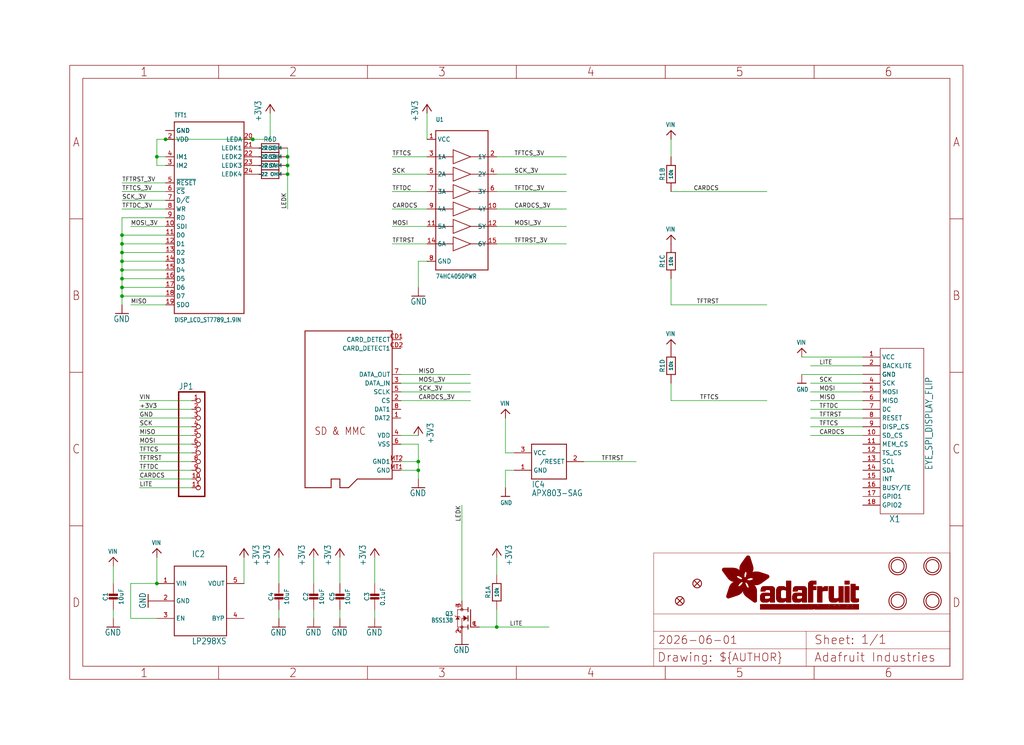
<source format=kicad_sch>
(kicad_sch (version 20230121) (generator eeschema)
  (paper "User" 298.45 217.322)
  (lib_symbols
    (symbol "working-eagle-import:+3V3" (power)
      (property "Value" "+3V3" (at -2.54 -5.08 90))
      (symbol "+3V3_1_0"
        (pin power_in line (at 0 -2.54 90) (length 2.54) (name "+3V3") (number "1"))
      )
    )
    (symbol "working-eagle-import:74HC4050DTSSOP"
      (property "Reference" "U" (at -7.62 22.86 0))
      (symbol "74HC4050DTSSOP_1_0"
        (pin bidirectional line (at -10.16 17.78 0) (length 2.54) (name "VCC") (number "1"))
        (pin bidirectional line (at 10.16 -2.54 180) (length 2.54) (name "4Y") (number "10"))
        (pin bidirectional line (at -10.16 -7.62 0) (length 2.54) (name "5A") (number "11"))
        (pin bidirectional line (at 10.16 -7.62 180) (length 2.54) (name "5Y") (number "12"))
        (pin bidirectional line (at -10.16 -12.7 0) (length 2.54) (name "6A") (number "14"))
        (pin bidirectional line (at 10.16 -12.7 180) (length 2.54) (name "6Y") (number "15"))
        (pin bidirectional line (at 10.16 12.7 180) (length 2.54) (name "1Y") (number "2"))
        (pin bidirectional line (at -10.16 12.7 0) (length 2.54) (name "1A") (number "3"))
        (pin bidirectional line (at 10.16 7.62 180) (length 2.54) (name "2Y") (number "4"))
        (pin bidirectional line (at -10.16 7.62 0) (length 2.54) (name "2A") (number "5"))
        (pin bidirectional line (at 10.16 2.54 180) (length 2.54) (name "3Y") (number "6"))
        (pin bidirectional line (at -10.16 2.54 0) (length 2.54) (name "3A") (number "7"))
        (pin bidirectional line (at -10.16 -17.78 0) (length 2.54) (name "GND") (number "8"))
        (pin bidirectional line (at -10.16 -2.54 0) (length 2.54) (name "4A") (number "9"))
      )
    )
    (symbol "working-eagle-import:AXP083-SAG"
      (property "Reference" "IC" (at -5.08 -7.62 0))
      (symbol "AXP083-SAG_1_0"
        (pin power_in line (at -10.16 -2.54 0) (length 5.08) (name "GND") (number "1"))
        (pin output line (at 10.16 0 180) (length 5.08) (name "/RESET") (number "2"))
        (pin power_in line (at -10.16 2.54 0) (length 5.08) (name "VCC") (number "3"))
      )
    )
    (symbol "working-eagle-import:CAP_CERAMIC0603_NO"
      (property "Reference" "C" (at -2.29 1.25 90))
      (symbol "CAP_CERAMIC0603_NO_1_0"
        (pin passive line (at 0 5.08 270) (length 2.54) (name "1") (number "1"))
        (pin passive line (at 0 -2.54 90) (length 2.54) (name "2") (number "2"))
      )
    )
    (symbol "working-eagle-import:CAP_CERAMIC0805-NOOUTLINE"
      (property "Reference" "C" (at -2.29 1.25 90))
      (symbol "CAP_CERAMIC0805-NOOUTLINE_1_0"
        (pin passive line (at 0 5.08 270) (length 2.54) (name "1") (number "1"))
        (pin passive line (at 0 -2.54 90) (length 2.54) (name "2") (number "2"))
      )
    )
    (symbol "working-eagle-import:DISP_LCD_ST7789_1.9IN"
      (property "Reference" "TFT" (at -7.62 31.75 0))
      (symbol "DISP_LCD_ST7789_1.9IN_1_0"
        (pin power_in line (at -10.16 27.94 0) (length 2.54) (name "GND") (number "1"))
        (pin input line (at -10.16 0 0) (length 2.54) (name "SDI") (number "10"))
        (pin bidirectional line (at -10.16 -2.54 0) (length 2.54) (name "D0") (number "11"))
        (pin bidirectional line (at -10.16 -5.08 0) (length 2.54) (name "D1") (number "12"))
        (pin bidirectional line (at -10.16 -7.62 0) (length 2.54) (name "D2") (number "13"))
        (pin bidirectional line (at -10.16 -10.16 0) (length 2.54) (name "D3") (number "14"))
        (pin bidirectional line (at -10.16 -12.7 0) (length 2.54) (name "D4") (number "15"))
        (pin bidirectional line (at -10.16 -15.24 0) (length 2.54) (name "D5") (number "16"))
        (pin bidirectional line (at -10.16 -17.78 0) (length 2.54) (name "D6") (number "17"))
        (pin bidirectional line (at -10.16 -20.32 0) (length 2.54) (name "D7") (number "18"))
        (pin output line (at -10.16 -22.86 0) (length 2.54) (name "SDO") (number "19"))
        (pin power_in line (at -10.16 25.4 0) (length 2.54) (name "VDD") (number "2"))
        (pin input line (at 15.24 25.4 180) (length 2.54) (name "LEDA") (number "20"))
        (pin input line (at 15.24 22.86 180) (length 2.54) (name "LEDK1") (number "21"))
        (pin input line (at 15.24 20.32 180) (length 2.54) (name "LEDK2") (number "22"))
        (pin input line (at 15.24 17.78 180) (length 2.54) (name "LEDK3") (number "23"))
        (pin input line (at 15.24 15.24 180) (length 2.54) (name "LEDK4") (number "24"))
        (pin power_in line (at -10.16 27.94 0) (length 2.54) (name "GND") (number "25"))
        (pin input line (at -10.16 17.78 0) (length 2.54) (name "IM2") (number "3"))
        (pin power_in line (at -10.16 27.94 0) (length 2.54) (name "GND") (number "30"))
        (pin input line (at -10.16 20.32 0) (length 2.54) (name "IM1") (number "4"))
        (pin input line (at -10.16 12.7 0) (length 2.54) (name "~{RESET}") (number "5"))
        (pin input line (at -10.16 10.16 0) (length 2.54) (name "~{CS}") (number "6"))
        (pin input line (at -10.16 7.62 0) (length 2.54) (name "D/~{C}") (number "7"))
        (pin input line (at -10.16 5.08 0) (length 2.54) (name "WR") (number "8"))
        (pin input line (at -10.16 2.54 0) (length 2.54) (name "RD") (number "9"))
        (pin power_in line (at -10.16 27.94 0) (length 2.54) (name "GND") (number "MNT1"))
        (pin power_in line (at -10.16 27.94 0) (length 2.54) (name "GND") (number "MNT2"))
      )
    )
    (symbol "working-eagle-import:EYE_SPI_DISPLAY_FLIP"
      (property "Reference" "X" (at 2.54 -27.94 0))
      (symbol "EYE_SPI_DISPLAY_FLIP_1_0"
        (pin power_in line (at -5.08 20.32 0) (length 5.08) (name "VCC") (number "1"))
        (pin input line (at -5.08 -2.54 0) (length 5.08) (name "SD_CS") (number "10"))
        (pin input line (at -5.08 -5.08 0) (length 5.08) (name "MEM_CS") (number "11"))
        (pin input line (at -5.08 -7.62 0) (length 5.08) (name "TS_CS") (number "12"))
        (pin input line (at -5.08 -10.16 0) (length 5.08) (name "SCL") (number "13"))
        (pin bidirectional line (at -5.08 -12.7 0) (length 5.08) (name "SDA") (number "14"))
        (pin output line (at -5.08 -15.24 0) (length 5.08) (name "INT") (number "15"))
        (pin output line (at -5.08 -17.78 0) (length 5.08) (name "BUSY/TE") (number "16"))
        (pin passive line (at -5.08 -20.32 0) (length 5.08) (name "GPIO1") (number "17"))
        (pin passive line (at -5.08 -22.86 0) (length 5.08) (name "GPIO2") (number "18"))
        (pin input line (at -5.08 17.78 0) (length 5.08) (name "BACKLITE") (number "2"))
        (pin power_in line (at -5.08 15.24 0) (length 5.08) (name "GND") (number "3"))
        (pin input line (at -5.08 12.7 0) (length 5.08) (name "SCK") (number "4"))
        (pin input line (at -5.08 10.16 0) (length 5.08) (name "MOSI") (number "5"))
        (pin output line (at -5.08 7.62 0) (length 5.08) (name "MISO") (number "6"))
        (pin input line (at -5.08 5.08 0) (length 5.08) (name "DC") (number "7"))
        (pin input line (at -5.08 2.54 0) (length 5.08) (name "RESET") (number "8"))
        (pin input line (at -5.08 0 0) (length 5.08) (name "DISP_CS") (number "9"))
        (pin power_in line (at -5.08 15.24 0) (length 5.08) (name "GND") (number "SUPPORT1"))
        (pin power_in line (at -5.08 15.24 0) (length 5.08) (name "GND") (number "SUPPORT2"))
      )
    )
    (symbol "working-eagle-import:FIDUCIAL_1MM")
    (symbol "working-eagle-import:FRAME_A4_ADAFRUIT"
      (symbol "FRAME_A4_ADAFRUIT_1_0"
        (text "${#}/${##}" (at 230.505 10.16 0) (effects (font (size 2.54 2.54)) (justify left bottom)))
        (text "${AUTHOR}" (at 189.23 5.08 0) (effects (font (size 2.286 2.286)) (justify left bottom)))
        (text "${CURRENT_DATE}" (at 171.45 10.16 0) (effects (font (size 2.286 2.286)) (justify left bottom)))
        (text "${PROJECTNAME}" (at 171.45 15.24 0) (effects (font (size 2.54 2.54)) (justify left bottom)))
        (text "1" (at 21.6958 1.905 0) (effects (font (size 2.54 2.286))))
        (text "1" (at 21.6958 177.165 0) (effects (font (size 2.54 2.286))))
        (text "2" (at 65.0875 1.905 0) (effects (font (size 2.54 2.286))))
        (text "2" (at 65.0875 177.165 0) (effects (font (size 2.54 2.286))))
        (text "3" (at 108.4792 1.905 0) (effects (font (size 2.54 2.286))))
        (text "3" (at 108.4792 177.165 0) (effects (font (size 2.54 2.286))))
        (text "4" (at 151.8708 1.905 0) (effects (font (size 2.54 2.286))))
        (text "4" (at 151.8708 177.165 0) (effects (font (size 2.54 2.286))))
        (text "5" (at 195.2625 1.905 0) (effects (font (size 2.54 2.286))))
        (text "5" (at 195.2625 177.165 0) (effects (font (size 2.54 2.286))))
        (text "6" (at 238.6542 1.905 0) (effects (font (size 2.54 2.286))))
        (text "6" (at 238.6542 177.165 0) (effects (font (size 2.54 2.286))))
        (text "A" (at 1.905 156.6863 0) (effects (font (size 2.54 2.286))))
        (text "A" (at 258.445 156.6863 0) (effects (font (size 2.54 2.286))))
        (text "Adafruit Industries" (at 216.916 4.953 0) (effects (font (size 2.54 2.54)) (justify left bottom)))
        (text "B" (at 1.905 111.9188 0) (effects (font (size 2.54 2.286))))
        (text "B" (at 258.445 111.9188 0) (effects (font (size 2.54 2.286))))
        (text "C" (at 1.905 67.1513 0) (effects (font (size 2.54 2.286))))
        (text "C" (at 258.445 67.1513 0) (effects (font (size 2.54 2.286))))
        (text "D" (at 1.905 22.3838 0) (effects (font (size 2.54 2.286))))
        (text "D" (at 258.445 22.3838 0) (effects (font (size 2.54 2.286))))
        (text "Drawing:" (at 171.196 4.953 0) (effects (font (size 2.54 2.54)) (justify left bottom)))
        (text "Sheet:" (at 216.916 10.033 0) (effects (font (size 2.54 2.54)) (justify left bottom)))
      )
    )
    (symbol "working-eagle-import:GND" (power)
      (property "Value" "GND" (at -2.54 -2.54 0))
      (symbol "GND_1_0"
        (pin power_in line (at 0 2.54 270) (length 2.54) (name "GND") (number "1"))
      )
    )
    (symbol "working-eagle-import:HEADER-1X1176MIL"
      (property "Reference" "JP" (at -6.35 15.875 0))
      (symbol "HEADER-1X1176MIL_1_0"
        (pin passive inverted (at -2.54 12.7 0) (length 2.54) (name "1") (number "1"))
        (pin passive inverted (at -2.54 -10.16 0) (length 2.54) (name "10") (number "10"))
        (pin passive inverted (at -2.54 -12.7 0) (length 2.54) (name "11") (number "11"))
        (pin passive inverted (at -2.54 10.16 0) (length 2.54) (name "2") (number "2"))
        (pin passive inverted (at -2.54 7.62 0) (length 2.54) (name "3") (number "3"))
        (pin passive inverted (at -2.54 5.08 0) (length 2.54) (name "4") (number "4"))
        (pin passive inverted (at -2.54 2.54 0) (length 2.54) (name "5") (number "5"))
        (pin passive inverted (at -2.54 0 0) (length 2.54) (name "6") (number "6"))
        (pin passive inverted (at -2.54 -2.54 0) (length 2.54) (name "7") (number "7"))
        (pin passive inverted (at -2.54 -5.08 0) (length 2.54) (name "8") (number "8"))
        (pin passive inverted (at -2.54 -7.62 0) (length 2.54) (name "9") (number "9"))
      )
    )
    (symbol "working-eagle-import:LP298XS"
      (property "Reference" "IC" (at -12.7 -5.08 90))
      (symbol "LP298XS_1_0"
        (pin bidirectional line (at -5.08 -15.24 90) (length 5.08) (name "VIN") (number "1"))
        (pin bidirectional line (at 0 -15.24 90) (length 5.08) (name "GND") (number "2"))
        (pin bidirectional line (at 5.08 -15.24 90) (length 5.08) (name "EN") (number "3"))
        (pin bidirectional line (at 5.08 10.16 270) (length 5.08) (name "BYP") (number "4"))
        (pin bidirectional line (at -5.08 10.16 270) (length 5.08) (name "VOUT") (number "5"))
      )
    )
    (symbol "working-eagle-import:MICROSD"
      (symbol "MICROSD_1_0"
        (text "SD & MMC" (at -7.62 -10.16 0) (effects (font (size 2.1844 1.8567)) (justify left bottom)))
        (pin bidirectional line (at -17.78 -5.08 0) (length 2.54) (name "DAT2") (number "1"))
        (pin input line (at -17.78 0 0) (length 2.54) (name "CS") (number "2"))
        (pin input line (at -17.78 5.08 0) (length 2.54) (name "DATA_IN") (number "3"))
        (pin power_in line (at -17.78 -10.16 0) (length 2.54) (name "VDD") (number "4"))
        (pin input line (at -17.78 2.54 0) (length 2.54) (name "SCLK") (number "5"))
        (pin power_in line (at -17.78 -12.7 0) (length 2.54) (name "VSS") (number "6"))
        (pin output line (at -17.78 7.62 0) (length 2.54) (name "DATA_OUT") (number "7"))
        (pin bidirectional line (at -17.78 -2.54 0) (length 2.54) (name "DAT1") (number "8"))
        (pin passive line (at -17.78 17.78 0) (length 2.54) (name "CARD_DETECT") (number "CD1"))
        (pin passive line (at -17.78 15.24 0) (length 2.54) (name "CARD_DETECT1") (number "CD2"))
        (pin power_in line (at -17.78 -20.32 0) (length 2.54) (name "GND") (number "MT1"))
        (pin power_in line (at -17.78 -17.78 0) (length 2.54) (name "GND1") (number "MT2"))
      )
    )
    (symbol "working-eagle-import:MOSFET-NWIDE"
      (property "Reference" "Q" (at 5.08 0.635 0))
      (symbol "MOSFET-NWIDE_1_0"
        (text "D" (at 3.175 3.175 0) (effects (font (size 0.8128 0.6908)) (justify left bottom)))
        (text "G" (at -1.27 -1.905 0) (effects (font (size 0.8128 0.6908)) (justify left bottom)))
        (text "S" (at 3.175 -3.81 0) (effects (font (size 0.8128 0.6908)) (justify left bottom)))
        (pin bidirectional line (at -2.54 -2.54 0) (length 2.54) (name "G") (number "1"))
        (pin bidirectional line (at 2.54 -5.08 90) (length 2.54) (name "S") (number "2"))
        (pin bidirectional line (at 2.54 5.08 270) (length 2.54) (name "D") (number "3"))
      )
    )
    (symbol "working-eagle-import:MOUNTINGHOLE2.5")
    (symbol "working-eagle-import:RESISTOR_4PACK"
      (property "Reference" "R" (at 0 2.54 0))
      (symbol "RESISTOR_4PACK_1_0"
        (pin passive line (at -5.08 0 0) (length 2.54) (name "1") (number "1"))
        (pin passive line (at 5.08 0 180) (length 2.54) (name "2") (number "8"))
      )
      (symbol "RESISTOR_4PACK_2_0"
        (pin passive line (at -5.08 0 0) (length 2.54) (name "1") (number "2"))
        (pin passive line (at 5.08 0 180) (length 2.54) (name "2") (number "7"))
      )
      (symbol "RESISTOR_4PACK_3_0"
        (pin passive line (at -5.08 0 0) (length 2.54) (name "1") (number "3"))
        (pin passive line (at 5.08 0 180) (length 2.54) (name "2") (number "6"))
      )
      (symbol "RESISTOR_4PACK_4_0"
        (pin passive line (at -5.08 0 0) (length 2.54) (name "1") (number "4"))
        (pin passive line (at 5.08 0 180) (length 2.54) (name "2") (number "5"))
      )
    )
    (symbol "working-eagle-import:VIN" (power)
      (property "Value" "VIN" (at -1.524 1.016 0))
      (symbol "VIN_1_0"
        (pin power_in line (at 0 -2.54 90) (length 2.54) (name "VIN") (number "1"))
      )
    )
    (symbol "working-eagle-import:microbuilder_GND" (power)
      (property "Value" "microbuilder_GND" (at -1.524 -2.54 0))
      (symbol "microbuilder_GND_1_0"
        (pin power_in line (at 0 2.54 270) (length 2.54) (name "GND") (number "1"))
      )
    )
  )
  (junction (at 121.92 134.62))
  (junction (at 45.72 45.72))
  (junction (at 35.56 68.58))
  (junction (at 83.82 50.8))
  (junction (at 144.78 182.88))
  (junction (at 83.82 48.26))
  (junction (at 35.56 71.12))
  (junction (at 35.56 78.74))
  (junction (at 35.56 76.2))
  (junction (at 35.56 73.66))
  (junction (at 73.66 40.64))
  (junction (at 35.56 81.28))
  (junction (at 35.56 86.36))
  (junction (at 48.26 40.64))
  (junction (at 121.92 137.16))
  (junction (at 35.56 83.82))
  (junction (at 45.72 170.18))
  (junction (at 83.82 45.72))
  (wire (pts (xy 48.26 86.36) (xy 35.56 86.36)) (stroke (width 0.1524)))
  (wire (pts (xy 55.88 129.54) (xy 40.64 129.54)) (stroke (width 0.1524)))
  (wire (pts (xy 134.62 147.32) (xy 134.62 175.26)) (stroke (width 0.1524)))
  (wire (pts (xy 139.7 182.88) (xy 144.78 182.88)) (stroke (width 0.1524)))
  (wire (pts (xy 35.56 81.28) (xy 48.26 81.28)) (stroke (width 0.1524)))
  (wire (pts (xy 144.78 182.88) (xy 144.78 177.8)) (stroke (width 0.1524)))
  (wire (pts (xy 195.58 45.72) (xy 195.58 40.64)) (stroke (width 0.1524)))
  (wire (pts (xy 236.22 116.84) (xy 251.46 116.84)) (stroke (width 0.1524)))
  (wire (pts (xy 223.52 55.88) (xy 195.58 55.88)) (stroke (width 0.1524)))
  (wire (pts (xy 48.26 68.58) (xy 35.56 68.58)) (stroke (width 0.1524)))
  (wire (pts (xy 233.68 104.14) (xy 251.46 104.14)) (stroke (width 0.1524)))
  (wire (pts (xy 45.72 180.34) (xy 38.1 180.34)) (stroke (width 0.1524)))
  (wire (pts (xy 48.26 58.42) (xy 35.56 58.42)) (stroke (width 0.1524)))
  (wire (pts (xy 35.56 71.12) (xy 35.56 68.58)) (stroke (width 0.1524)))
  (wire (pts (xy 45.72 40.64) (xy 45.72 45.72)) (stroke (width 0.1524)))
  (wire (pts (xy 45.72 40.64) (xy 48.26 40.64)) (stroke (width 0.1524)))
  (wire (pts (xy 251.46 119.38) (xy 236.22 119.38)) (stroke (width 0.1524)))
  (wire (pts (xy 48.26 66.04) (xy 38.1 66.04)) (stroke (width 0.1524)))
  (wire (pts (xy 170.18 134.62) (xy 185.42 134.62)) (stroke (width 0.1524)))
  (wire (pts (xy 251.46 127) (xy 236.22 127)) (stroke (width 0.1524)))
  (wire (pts (xy 83.82 48.26) (xy 83.82 50.8)) (stroke (width 0.1524)))
  (wire (pts (xy 55.88 139.7) (xy 40.64 139.7)) (stroke (width 0.1524)))
  (wire (pts (xy 251.46 111.76) (xy 236.22 111.76)) (stroke (width 0.1524)))
  (wire (pts (xy 48.26 45.72) (xy 45.72 45.72)) (stroke (width 0.1524)))
  (wire (pts (xy 114.3 60.96) (xy 124.46 60.96)) (stroke (width 0.1524)))
  (wire (pts (xy 55.88 121.92) (xy 40.64 121.92)) (stroke (width 0.1524)))
  (wire (pts (xy 124.46 45.72) (xy 114.3 45.72)) (stroke (width 0.1524)))
  (wire (pts (xy 116.84 134.62) (xy 121.92 134.62)) (stroke (width 0.1524)))
  (wire (pts (xy 35.56 81.28) (xy 35.56 78.74)) (stroke (width 0.1524)))
  (wire (pts (xy 78.74 40.64) (xy 73.66 40.64)) (stroke (width 0.1524)))
  (wire (pts (xy 48.26 60.96) (xy 35.56 60.96)) (stroke (width 0.1524)))
  (wire (pts (xy 116.84 109.22) (xy 137.16 109.22)) (stroke (width 0.1524)))
  (wire (pts (xy 137.16 111.76) (xy 116.84 111.76)) (stroke (width 0.1524)))
  (wire (pts (xy 109.22 162.56) (xy 109.22 170.18)) (stroke (width 0.1524)))
  (wire (pts (xy 33.02 180.34) (xy 33.02 177.8)) (stroke (width 0.1524)))
  (wire (pts (xy 121.92 129.54) (xy 121.92 134.62)) (stroke (width 0.1524)))
  (wire (pts (xy 48.26 83.82) (xy 35.56 83.82)) (stroke (width 0.1524)))
  (wire (pts (xy 91.44 162.56) (xy 91.44 170.18)) (stroke (width 0.1524)))
  (wire (pts (xy 55.88 134.62) (xy 40.64 134.62)) (stroke (width 0.1524)))
  (wire (pts (xy 35.56 68.58) (xy 35.56 63.5)) (stroke (width 0.1524)))
  (wire (pts (xy 116.84 137.16) (xy 121.92 137.16)) (stroke (width 0.1524)))
  (wire (pts (xy 251.46 121.92) (xy 236.22 121.92)) (stroke (width 0.1524)))
  (wire (pts (xy 40.64 119.38) (xy 55.88 119.38)) (stroke (width 0.1524)))
  (wire (pts (xy 121.92 127) (xy 116.84 127)) (stroke (width 0.1524)))
  (wire (pts (xy 45.72 48.26) (xy 45.72 45.72)) (stroke (width 0.1524)))
  (wire (pts (xy 114.3 71.12) (xy 124.46 71.12)) (stroke (width 0.1524)))
  (wire (pts (xy 71.12 162.56) (xy 71.12 170.18)) (stroke (width 0.1524)))
  (wire (pts (xy 55.88 116.84) (xy 40.64 116.84)) (stroke (width 0.1524)))
  (wire (pts (xy 195.58 116.84) (xy 195.58 111.76)) (stroke (width 0.1524)))
  (wire (pts (xy 35.56 73.66) (xy 35.56 71.12)) (stroke (width 0.1524)))
  (wire (pts (xy 35.56 83.82) (xy 35.56 81.28)) (stroke (width 0.1524)))
  (wire (pts (xy 149.86 132.08) (xy 147.32 132.08)) (stroke (width 0.1524)))
  (wire (pts (xy 137.16 116.84) (xy 116.84 116.84)) (stroke (width 0.1524)))
  (wire (pts (xy 165.1 60.96) (xy 144.78 60.96)) (stroke (width 0.1524)))
  (wire (pts (xy 160.02 182.88) (xy 144.78 182.88)) (stroke (width 0.1524)))
  (wire (pts (xy 48.26 40.64) (xy 73.66 40.64)) (stroke (width 0.1524)))
  (wire (pts (xy 114.3 66.04) (xy 124.46 66.04)) (stroke (width 0.1524)))
  (wire (pts (xy 147.32 121.92) (xy 147.32 132.08)) (stroke (width 0.1524)))
  (wire (pts (xy 45.72 162.56) (xy 45.72 170.18)) (stroke (width 0.1524)))
  (wire (pts (xy 55.88 142.24) (xy 40.64 142.24)) (stroke (width 0.1524)))
  (wire (pts (xy 147.32 137.16) (xy 149.86 137.16)) (stroke (width 0.1524)))
  (wire (pts (xy 83.82 50.8) (xy 83.82 60.96)) (stroke (width 0.1524)))
  (wire (pts (xy 109.22 180.34) (xy 109.22 177.8)) (stroke (width 0.1524)))
  (wire (pts (xy 144.78 71.12) (xy 165.1 71.12)) (stroke (width 0.1524)))
  (wire (pts (xy 48.26 88.9) (xy 38.1 88.9)) (stroke (width 0.1524)))
  (wire (pts (xy 251.46 106.68) (xy 236.22 106.68)) (stroke (width 0.1524)))
  (wire (pts (xy 40.64 127) (xy 55.88 127)) (stroke (width 0.1524)))
  (wire (pts (xy 35.56 71.12) (xy 48.26 71.12)) (stroke (width 0.1524)))
  (wire (pts (xy 55.88 137.16) (xy 40.64 137.16)) (stroke (width 0.1524)))
  (wire (pts (xy 35.56 63.5) (xy 48.26 63.5)) (stroke (width 0.1524)))
  (wire (pts (xy 38.1 180.34) (xy 38.1 170.18)) (stroke (width 0.1524)))
  (wire (pts (xy 124.46 76.2) (xy 121.92 76.2)) (stroke (width 0.1524)))
  (wire (pts (xy 144.78 66.04) (xy 165.1 66.04)) (stroke (width 0.1524)))
  (wire (pts (xy 195.58 88.9) (xy 223.52 88.9)) (stroke (width 0.1524)))
  (wire (pts (xy 48.26 53.34) (xy 35.56 53.34)) (stroke (width 0.1524)))
  (wire (pts (xy 40.64 132.08) (xy 55.88 132.08)) (stroke (width 0.1524)))
  (wire (pts (xy 35.56 76.2) (xy 48.26 76.2)) (stroke (width 0.1524)))
  (wire (pts (xy 81.28 180.34) (xy 81.28 177.8)) (stroke (width 0.1524)))
  (wire (pts (xy 165.1 55.88) (xy 144.78 55.88)) (stroke (width 0.1524)))
  (wire (pts (xy 91.44 180.34) (xy 91.44 177.8)) (stroke (width 0.1524)))
  (wire (pts (xy 121.92 134.62) (xy 121.92 137.16)) (stroke (width 0.1524)))
  (wire (pts (xy 116.84 129.54) (xy 121.92 129.54)) (stroke (width 0.1524)))
  (wire (pts (xy 121.92 137.16) (xy 121.92 139.7)) (stroke (width 0.1524)))
  (wire (pts (xy 33.02 165.1) (xy 33.02 170.18)) (stroke (width 0.1524)))
  (wire (pts (xy 165.1 50.8) (xy 144.78 50.8)) (stroke (width 0.1524)))
  (wire (pts (xy 144.78 45.72) (xy 165.1 45.72)) (stroke (width 0.1524)))
  (wire (pts (xy 99.06 162.56) (xy 99.06 170.18)) (stroke (width 0.1524)))
  (wire (pts (xy 233.68 109.22) (xy 251.46 109.22)) (stroke (width 0.1524)))
  (wire (pts (xy 144.78 162.56) (xy 144.78 167.64)) (stroke (width 0.1524)))
  (wire (pts (xy 83.82 43.18) (xy 83.82 45.72)) (stroke (width 0.1524)))
  (wire (pts (xy 38.1 170.18) (xy 45.72 170.18)) (stroke (width 0.1524)))
  (wire (pts (xy 124.46 40.64) (xy 124.46 33.02)) (stroke (width 0.1524)))
  (wire (pts (xy 195.58 88.9) (xy 195.58 81.28)) (stroke (width 0.1524)))
  (wire (pts (xy 48.26 78.74) (xy 35.56 78.74)) (stroke (width 0.1524)))
  (wire (pts (xy 81.28 162.56) (xy 81.28 170.18)) (stroke (width 0.1524)))
  (wire (pts (xy 48.26 48.26) (xy 45.72 48.26)) (stroke (width 0.1524)))
  (wire (pts (xy 114.3 55.88) (xy 124.46 55.88)) (stroke (width 0.1524)))
  (wire (pts (xy 35.56 83.82) (xy 35.56 86.36)) (stroke (width 0.1524)))
  (wire (pts (xy 35.56 55.88) (xy 48.26 55.88)) (stroke (width 0.1524)))
  (wire (pts (xy 48.26 73.66) (xy 35.56 73.66)) (stroke (width 0.1524)))
  (wire (pts (xy 83.82 45.72) (xy 83.82 48.26)) (stroke (width 0.1524)))
  (wire (pts (xy 114.3 50.8) (xy 124.46 50.8)) (stroke (width 0.1524)))
  (wire (pts (xy 35.56 76.2) (xy 35.56 73.66)) (stroke (width 0.1524)))
  (wire (pts (xy 236.22 124.46) (xy 251.46 124.46)) (stroke (width 0.1524)))
  (wire (pts (xy 35.56 78.74) (xy 35.56 76.2)) (stroke (width 0.1524)))
  (wire (pts (xy 251.46 114.3) (xy 236.22 114.3)) (stroke (width 0.1524)))
  (wire (pts (xy 35.56 86.36) (xy 35.56 88.9)) (stroke (width 0.1524)))
  (wire (pts (xy 55.88 124.46) (xy 40.64 124.46)) (stroke (width 0.1524)))
  (wire (pts (xy 195.58 116.84) (xy 223.52 116.84)) (stroke (width 0.1524)))
  (wire (pts (xy 147.32 142.24) (xy 147.32 137.16)) (stroke (width 0.1524)))
  (wire (pts (xy 137.16 114.3) (xy 116.84 114.3)) (stroke (width 0.1524)))
  (wire (pts (xy 99.06 180.34) (xy 99.06 177.8)) (stroke (width 0.1524)))
  (wire (pts (xy 121.92 76.2) (xy 121.92 83.82)) (stroke (width 0.1524)))
  (wire (pts (xy 78.74 33.02) (xy 78.74 40.64)) (stroke (width 0.1524)))
  (label "SCK" (at 40.64 124.46 0) (effects (font (size 1.2446 1.2446))))
  (label "TFTDC_3V" (at 149.86 55.88 0) (effects (font (size 1.2446 1.2446))))
  (label "TFTCS_3V" (at 149.86 45.72 0) (effects (font (size 1.2446 1.2446))))
  (label "CARDCS" (at 40.64 139.7 0) (effects (font (size 1.2446 1.2446))))
  (label "SCK_3V" (at 149.86 50.8 0) (effects (font (size 1.2446 1.2446))))
  (label "TFTRST" (at 40.64 134.62 0) (effects (font (size 1.2446 1.2446))))
  (label "LEDK" (at 83.82 60.96 90) (effects (font (size 1.2446 1.2446))))
  (label "CARDCS" (at 238.76 127 0) (effects (font (size 1.2446 1.2446))))
  (label "CARDCS" (at 209.55 55.88 180) (effects (font (size 1.2446 1.2446))))
  (label "MISO" (at 121.92 109.22 0) (effects (font (size 1.2446 1.2446))))
  (label "SCK_3V" (at 35.56 58.42 0) (effects (font (size 1.2446 1.2446))))
  (label "MOSI" (at 238.76 114.3 0) (effects (font (size 1.2446 1.2446))))
  (label "MOSI_3V" (at 149.86 66.04 0) (effects (font (size 1.2446 1.2446))))
  (label "LITE" (at 40.64 142.24 0) (effects (font (size 1.2446 1.2446))))
  (label "TFTRST_3V" (at 35.56 53.34 0) (effects (font (size 1.2446 1.2446))))
  (label "VIN" (at 40.64 116.84 0) (effects (font (size 1.2446 1.2446))))
  (label "TFTRST" (at 114.3 71.12 0) (effects (font (size 1.2446 1.2446))))
  (label "TFTDC" (at 40.64 137.16 0) (effects (font (size 1.2446 1.2446))))
  (label "GND" (at 40.64 121.92 0) (effects (font (size 1.2446 1.2446))))
  (label "MISO" (at 40.64 127 0) (effects (font (size 1.2446 1.2446))))
  (label "MOSI" (at 40.64 129.54 0) (effects (font (size 1.2446 1.2446))))
  (label "CARDCS" (at 114.3 60.96 0) (effects (font (size 1.2446 1.2446))))
  (label "CARDCS_3V" (at 149.86 60.96 0) (effects (font (size 1.2446 1.2446))))
  (label "TFTRST" (at 175.26 134.62 0) (effects (font (size 1.2446 1.2446))))
  (label "MISO" (at 238.76 116.84 0) (effects (font (size 1.2446 1.2446))))
  (label "TFTDC" (at 114.3 55.88 0) (effects (font (size 1.2446 1.2446))))
  (label "MOSI_3V" (at 38.1 66.04 0) (effects (font (size 1.2446 1.2446))))
  (label "TFTCS" (at 238.76 124.46 0) (effects (font (size 1.2446 1.2446))))
  (label "TFTDC_3V" (at 35.56 60.96 0) (effects (font (size 1.2446 1.2446))))
  (label "MISO" (at 38.1 88.9 0) (effects (font (size 1.2446 1.2446))))
  (label "LITE" (at 152.4 182.88 180) (effects (font (size 1.2446 1.2446))))
  (label "MOSI_3V" (at 121.92 111.76 0) (effects (font (size 1.2446 1.2446))))
  (label "CARDCS_3V" (at 121.92 116.84 0) (effects (font (size 1.2446 1.2446))))
  (label "MOSI" (at 114.3 66.04 0) (effects (font (size 1.2446 1.2446))))
  (label "TFTCS_3V" (at 35.56 55.88 0) (effects (font (size 1.2446 1.2446))))
  (label "SCK" (at 238.76 111.76 0) (effects (font (size 1.2446 1.2446))))
  (label "TFTCS" (at 209.55 116.84 180) (effects (font (size 1.2446 1.2446))))
  (label "TFTDC" (at 238.76 119.38 0) (effects (font (size 1.2446 1.2446))))
  (label "+3V3" (at 40.64 119.38 0) (effects (font (size 1.2446 1.2446))))
  (label "TFTCS" (at 114.3 45.72 0) (effects (font (size 1.2446 1.2446))))
  (label "LEDK" (at 134.62 147.32 270) (effects (font (size 1.2446 1.2446))))
  (label "TFTRST_3V" (at 149.86 71.12 0) (effects (font (size 1.2446 1.2446))))
  (label "TFTRST" (at 238.76 121.92 0) (effects (font (size 1.2446 1.2446))))
  (label "TFTCS" (at 40.64 132.08 0) (effects (font (size 1.2446 1.2446))))
  (label "SCK_3V" (at 121.92 114.3 0) (effects (font (size 1.2446 1.2446))))
  (label "TFTRST" (at 209.55 88.9 180) (effects (font (size 1.2446 1.2446))))
  (label "LITE" (at 238.76 106.68 0) (effects (font (size 1.2446 1.2446))))
  (label "SCK" (at 114.3 50.8 0) (effects (font (size 1.2446 1.2446))))
  (symbol (lib_id "working-eagle-import:GND") (at 109.22 182.88 0) (unit 1)
    (property "Reference" "#GND4" (effects hide))
    (property "Value" "GND" (at 106.68 185.42 0) (effects (font (size 1.778 1.5113)) (justify left bottom)))
  )
  (symbol (lib_id "working-eagle-import:FIDUCIAL_1MM") (at 203.2 170.18 0) (unit 1)
    (property "Reference" "U$5" (effects hide))
    (property "Value" "FIDUCIAL_1MM" (effects hide))
    (property "Footprint" "working:FIDUCIAL_1MM" (effects hide))
  )
  (symbol (lib_id "working-eagle-import:microbuilder_GND") (at 233.68 111.76 0) (unit 1)
    (property "Reference" "#U$18" (effects hide))
    (property "Value" "GND" (at 232.156 114.3 0) (effects (font (size 1.27 1.0795)) (justify left bottom)))
  )
  (symbol (lib_id "working-eagle-import:MOUNTINGHOLE2.5") (at 271.78 165.1 0) (unit 1)
    (property "Reference" "U$8" (effects hide))
    (property "Value" "MOUNTINGHOLE2.5" (effects hide))
    (property "Footprint" "working:MOUNTINGHOLE_2.5_PLATED" (effects hide))
  )
  (symbol (lib_id "working-eagle-import:+3V3") (at 121.92 124.46 0) (mirror y) (unit 1)
    (property "Reference" "#+3V4" (effects hide))
    (property "Value" "+3V3" (at 124.46 129.54 90) (effects (font (size 1.778 1.5113)) (justify left bottom)))
  )
  (symbol (lib_id "working-eagle-import:GND") (at 81.28 182.88 0) (unit 1)
    (property "Reference" "#GND13" (effects hide))
    (property "Value" "GND" (at 78.74 185.42 0) (effects (font (size 1.778 1.5113)) (justify left bottom)))
  )
  (symbol (lib_id "working-eagle-import:MOUNTINGHOLE2.5") (at 261.62 165.1 0) (unit 1)
    (property "Reference" "U$10" (effects hide))
    (property "Value" "MOUNTINGHOLE2.5" (effects hide))
    (property "Footprint" "working:MOUNTINGHOLE_2.5_PLATED" (effects hide))
  )
  (symbol (lib_id "working-eagle-import:+3V3") (at 99.06 160.02 0) (unit 1)
    (property "Reference" "#+3V11" (effects hide))
    (property "Value" "+3V3" (at 96.52 165.1 90) (effects (font (size 1.778 1.5113)) (justify left bottom)))
  )
  (symbol (lib_id "working-eagle-import:MOSFET-NWIDE") (at 137.16 180.34 0) (mirror y) (unit 1)
    (property "Reference" "Q3" (at 132.08 179.705 0) (effects (font (size 1.27 1.0795)) (justify left bottom)))
    (property "Value" "BSS138" (at 132.08 181.61 0) (effects (font (size 1.27 1.0795)) (justify left bottom)))
    (property "Footprint" "working:SOT23-WIDE" (effects hide))
  )
  (symbol (lib_id "working-eagle-import:VIN") (at 195.58 99.06 0) (unit 1)
    (property "Reference" "#U$16" (effects hide))
    (property "Value" "VIN" (at 194.056 98.044 0) (effects (font (size 1.27 1.0795)) (justify left bottom)))
  )
  (symbol (lib_id "working-eagle-import:74HC4050DTSSOP") (at 134.62 58.42 0) (unit 1)
    (property "Reference" "U1" (at 127 35.56 0) (effects (font (size 1.27 1.0795)) (justify left bottom)))
    (property "Value" "74HC4050PWR" (at 127 81.28 0) (effects (font (size 1.27 1.0795)) (justify left bottom)))
    (property "Footprint" "working:TSSOP16" (effects hide))
  )
  (symbol (lib_id "working-eagle-import:VIN") (at 233.68 101.6 0) (unit 1)
    (property "Reference" "#U$3" (effects hide))
    (property "Value" "VIN" (at 232.156 100.584 0) (effects (font (size 1.27 1.0795)) (justify left bottom)))
  )
  (symbol (lib_id "working-eagle-import:GND") (at 134.62 187.96 0) (unit 1)
    (property "Reference" "#GND5" (effects hide))
    (property "Value" "GND" (at 132.08 190.5 0) (effects (font (size 1.778 1.5113)) (justify left bottom)))
  )
  (symbol (lib_id "working-eagle-import:CAP_CERAMIC0805-NOOUTLINE") (at 81.28 175.26 0) (unit 1)
    (property "Reference" "C4" (at 78.99 174.01 90))
    (property "Value" "10uF" (at 83.58 174.01 90))
    (property "Footprint" "working:0805-NO" (effects hide))
  )
  (symbol (lib_id "working-eagle-import:+3V3") (at 124.46 30.48 0) (unit 1)
    (property "Reference" "#+3V12" (effects hide))
    (property "Value" "+3V3" (at 121.92 35.56 90) (effects (font (size 1.778 1.5113)) (justify left bottom)))
  )
  (symbol (lib_id "working-eagle-import:CAP_CERAMIC0805-NOOUTLINE") (at 99.06 175.26 0) (unit 1)
    (property "Reference" "C5" (at 96.77 174.01 90))
    (property "Value" "10uF" (at 101.36 174.01 90))
    (property "Footprint" "working:0805-NO" (effects hide))
  )
  (symbol (lib_id "working-eagle-import:VIN") (at 33.02 162.56 0) (unit 1)
    (property "Reference" "#U$13" (effects hide))
    (property "Value" "VIN" (at 31.496 161.544 0) (effects (font (size 1.27 1.0795)) (justify left bottom)))
  )
  (symbol (lib_id "working-eagle-import:RESISTOR_4PACK") (at 195.58 50.8 90) (unit 2)
    (property "Reference" "R1" (at 193.04 50.8 0))
    (property "Value" "10k" (at 195.58 50.8 0) (effects (font (size 1.016 1.016) bold)))
    (property "Footprint" "working:RESPACK_4X0603" (effects hide))
  )
  (symbol (lib_id "working-eagle-import:CAP_CERAMIC0805-NOOUTLINE") (at 91.44 175.26 0) (unit 1)
    (property "Reference" "C2" (at 89.15 174.01 90))
    (property "Value" "10uF" (at 93.74 174.01 90))
    (property "Footprint" "working:0805-NO" (effects hide))
  )
  (symbol (lib_id "working-eagle-import:+3V3") (at 144.78 160.02 0) (mirror y) (unit 1)
    (property "Reference" "#+3V9" (effects hide))
    (property "Value" "+3V3" (at 147.32 165.1 90) (effects (font (size 1.778 1.5113)) (justify left bottom)))
  )
  (symbol (lib_id "working-eagle-import:+3V3") (at 91.44 160.02 0) (unit 1)
    (property "Reference" "#+3V6" (effects hide))
    (property "Value" "+3V3" (at 88.9 165.1 90) (effects (font (size 1.778 1.5113)) (justify left bottom)))
  )
  (symbol (lib_id "working-eagle-import:GND") (at 121.92 86.36 0) (mirror y) (unit 1)
    (property "Reference" "#GND7" (effects hide))
    (property "Value" "GND" (at 124.46 88.9 0) (effects (font (size 1.778 1.5113)) (justify left bottom)))
  )
  (symbol (lib_id "working-eagle-import:GND") (at 35.56 91.44 0) (unit 1)
    (property "Reference" "#GND2" (effects hide))
    (property "Value" "GND" (at 33.02 93.98 0) (effects (font (size 1.778 1.5113)) (justify left bottom)))
  )
  (symbol (lib_id "working-eagle-import:GND") (at 121.92 142.24 0) (unit 1)
    (property "Reference" "#GND1" (effects hide))
    (property "Value" "GND" (at 119.38 144.78 0) (effects (font (size 1.778 1.5113)) (justify left bottom)))
  )
  (symbol (lib_id "working-eagle-import:MICROSD") (at 99.06 116.84 0) (mirror y) (unit 1)
    (property "Reference" "Q2" (effects hide))
    (property "Value" "MICROSD" (effects hide))
    (property "Footprint" "working:MICROSD" (effects hide))
  )
  (symbol (lib_id "working-eagle-import:GND") (at 91.44 182.88 0) (unit 1)
    (property "Reference" "#GND11" (effects hide))
    (property "Value" "GND" (at 88.9 185.42 0) (effects (font (size 1.778 1.5113)) (justify left bottom)))
  )
  (symbol (lib_id "working-eagle-import:RESISTOR_4PACK") (at 144.78 172.72 90) (unit 1)
    (property "Reference" "R1" (at 142.24 172.72 0))
    (property "Value" "10k" (at 144.78 172.72 0) (effects (font (size 1.016 1.016) bold)))
    (property "Footprint" "working:RESPACK_4X0603" (effects hide))
  )
  (symbol (lib_id "working-eagle-import:LP298XS") (at 60.96 175.26 270) (unit 1)
    (property "Reference" "IC2" (at 55.88 162.56 90) (effects (font (size 1.778 1.5113)) (justify left bottom)))
    (property "Value" "LP298XS" (at 55.88 187.96 90) (effects (font (size 1.778 1.5113)) (justify left bottom)))
    (property "Footprint" "working:SOT23-5L" (effects hide))
  )
  (symbol (lib_id "working-eagle-import:RESISTOR_4PACK") (at 78.74 43.18 0) (unit 4)
    (property "Reference" "R6" (at 78.74 40.64 0))
    (property "Value" "~22 OHM" (at 78.74 43.18 0) (effects (font (size 1.016 1.016) bold)))
    (property "Footprint" "working:RESPACK_4X0603" (effects hide))
  )
  (symbol (lib_id "working-eagle-import:MOUNTINGHOLE2.5") (at 261.62 175.26 0) (unit 1)
    (property "Reference" "U$7" (effects hide))
    (property "Value" "MOUNTINGHOLE2.5" (effects hide))
    (property "Footprint" "working:MOUNTINGHOLE_2.5_PLATED" (effects hide))
  )
  (symbol (lib_id "working-eagle-import:RESISTOR_4PACK") (at 195.58 76.2 90) (unit 3)
    (property "Reference" "R1" (at 193.04 76.2 0))
    (property "Value" "10k" (at 195.58 76.2 0) (effects (font (size 1.016 1.016) bold)))
    (property "Footprint" "working:RESPACK_4X0603" (effects hide))
  )
  (symbol (lib_id "working-eagle-import:CAP_CERAMIC0805-NOOUTLINE") (at 33.02 175.26 0) (unit 1)
    (property "Reference" "C1" (at 30.73 174.01 90))
    (property "Value" "10uF" (at 35.32 174.01 90))
    (property "Footprint" "working:0805-NO" (effects hide))
  )
  (symbol (lib_id "working-eagle-import:GND") (at 99.06 182.88 0) (unit 1)
    (property "Reference" "#GND6" (effects hide))
    (property "Value" "GND" (at 96.52 185.42 0) (effects (font (size 1.778 1.5113)) (justify left bottom)))
  )
  (symbol (lib_id "working-eagle-import:EYE_SPI_DISPLAY_FLIP") (at 256.54 124.46 0) (unit 1)
    (property "Reference" "X1" (at 259.08 152.4 0) (effects (font (size 1.9304 1.6408)) (justify left bottom)))
    (property "Value" "EYE_SPI_DISPLAY_FLIP" (at 271.78 137.16 90) (effects (font (size 1.9304 1.6408)) (justify left bottom)))
    (property "Footprint" "working:EYE_SPI_DISPLAY_BOTCONTACT" (effects hide))
  )
  (symbol (lib_id "working-eagle-import:GND") (at 43.18 175.26 270) (unit 1)
    (property "Reference" "#GND9" (effects hide))
    (property "Value" "GND" (at 40.64 172.72 0) (effects (font (size 1.778 1.5113)) (justify left bottom)))
  )
  (symbol (lib_id "working-eagle-import:RESISTOR_4PACK") (at 78.74 45.72 0) (unit 3)
    (property "Reference" "R6" (at 78.74 43.18 0))
    (property "Value" "~22 OHM" (at 78.74 45.72 0) (effects (font (size 1.016 1.016) bold)))
    (property "Footprint" "working:RESPACK_4X0603" (effects hide))
  )
  (symbol (lib_id "working-eagle-import:FIDUCIAL_1MM") (at 198.12 175.26 0) (unit 1)
    (property "Reference" "U$4" (effects hide))
    (property "Value" "FIDUCIAL_1MM" (effects hide))
    (property "Footprint" "working:FIDUCIAL_1MM" (effects hide))
  )
  (symbol (lib_id "working-eagle-import:+3V3") (at 109.22 160.02 0) (unit 1)
    (property "Reference" "#+3V10" (effects hide))
    (property "Value" "+3V3" (at 106.68 165.1 90) (effects (font (size 1.778 1.5113)) (justify left bottom)))
  )
  (symbol (lib_id "working-eagle-import:RESISTOR_4PACK") (at 195.58 106.68 90) (unit 4)
    (property "Reference" "R1" (at 193.04 106.68 0))
    (property "Value" "10k" (at 195.58 106.68 0) (effects (font (size 1.016 1.016) bold)))
    (property "Footprint" "working:RESPACK_4X0603" (effects hide))
  )
  (symbol (lib_id "working-eagle-import:RESISTOR_4PACK") (at 78.74 48.26 0) (unit 2)
    (property "Reference" "R6" (at 78.74 45.72 0))
    (property "Value" "~22 OHM" (at 78.74 48.26 0) (effects (font (size 1.016 1.016) bold)))
    (property "Footprint" "working:RESPACK_4X0603" (effects hide))
  )
  (symbol (lib_id "working-eagle-import:VIN") (at 147.32 119.38 0) (unit 1)
    (property "Reference" "#U$17" (effects hide))
    (property "Value" "VIN" (at 145.796 118.364 0) (effects (font (size 1.27 1.0795)) (justify left bottom)))
  )
  (symbol (lib_id "working-eagle-import:DISP_LCD_ST7789_1.9IN") (at 58.42 66.04 0) (unit 1)
    (property "Reference" "TFT1" (at 50.8 34.29 0) (effects (font (size 1.27 1.0795)) (justify left bottom)))
    (property "Value" "DISP_LCD_ST7789_1.9IN" (at 50.8 93.98 0) (effects (font (size 1.27 1.0795)) (justify left bottom)))
    (property "Footprint" "working:TFT_1.9IN_170X320_30P" (effects hide))
  )
  (symbol (lib_id "working-eagle-import:+3V3") (at 71.12 160.02 0) (mirror y) (unit 1)
    (property "Reference" "#+3V2" (effects hide))
    (property "Value" "+3V3" (at 73.66 165.1 90) (effects (font (size 1.778 1.5113)) (justify left bottom)))
  )
  (symbol (lib_id "working-eagle-import:+3V3") (at 78.74 30.48 0) (unit 1)
    (property "Reference" "#+3V1" (effects hide))
    (property "Value" "+3V3" (at 76.2 35.56 90) (effects (font (size 1.778 1.5113)) (justify left bottom)))
  )
  (symbol (lib_id "working-eagle-import:VIN") (at 195.58 68.58 0) (unit 1)
    (property "Reference" "#U$15" (effects hide))
    (property "Value" "VIN" (at 194.056 67.564 0) (effects (font (size 1.27 1.0795)) (justify left bottom)))
  )
  (symbol (lib_id "working-eagle-import:+3V3") (at 81.28 160.02 0) (unit 1)
    (property "Reference" "#+3V8" (effects hide))
    (property "Value" "+3V3" (at 78.74 165.1 90) (effects (font (size 1.778 1.5113)) (justify left bottom)))
  )
  (symbol (lib_id "working-eagle-import:CAP_CERAMIC0603_NO") (at 109.22 175.26 0) (unit 1)
    (property "Reference" "C3" (at 106.93 174.01 90))
    (property "Value" "0.1uF" (at 111.52 174.01 90))
    (property "Footprint" "working:0603-NO" (effects hide))
  )
  (symbol (lib_id "working-eagle-import:MOUNTINGHOLE2.5") (at 271.78 175.26 0) (unit 1)
    (property "Reference" "U$9" (effects hide))
    (property "Value" "MOUNTINGHOLE2.5" (effects hide))
    (property "Footprint" "working:MOUNTINGHOLE_2.5_PLATED" (effects hide))
  )
  (symbol (lib_id "working-eagle-import:RESISTOR_4PACK") (at 78.74 50.8 0) (unit 1)
    (property "Reference" "R6" (at 78.74 48.26 0))
    (property "Value" "~22 OHM" (at 78.74 50.8 0) (effects (font (size 1.016 1.016) bold)))
    (property "Footprint" "working:RESPACK_4X0603" (effects hide))
  )
  (symbol (lib_id "working-eagle-import:VIN") (at 195.58 38.1 0) (unit 1)
    (property "Reference" "#U$14" (effects hide))
    (property "Value" "VIN" (at 194.056 37.084 0) (effects (font (size 1.27 1.0795)) (justify left bottom)))
  )
  (symbol (lib_id "working-eagle-import:AXP083-SAG") (at 160.02 134.62 0) (unit 1)
    (property "Reference" "IC4" (at 154.94 142.24 0) (effects (font (size 1.778 1.5113)) (justify left bottom)))
    (property "Value" "APX803-SAG" (at 154.94 144.78 0) (effects (font (size 1.778 1.5113)) (justify left bottom)))
    (property "Footprint" "working:SOT23" (effects hide))
  )
  (symbol (lib_id "working-eagle-import:VIN") (at 45.72 160.02 0) (unit 1)
    (property "Reference" "#U$12" (effects hide))
    (property "Value" "VIN" (at 44.196 159.004 0) (effects (font (size 1.27 1.0795)) (justify left bottom)))
  )
  (symbol (lib_id "working-eagle-import:microbuilder_GND") (at 147.32 144.78 0) (unit 1)
    (property "Reference" "#U$11" (effects hide))
    (property "Value" "GND" (at 145.796 147.32 0) (effects (font (size 1.27 1.0795)) (justify left bottom)))
  )
  (symbol (lib_id "working-eagle-import:FRAME_A4_ADAFRUIT") (at 20.32 198.12 0) (unit 1)
    (property "Reference" "#U$6" (effects hide))
    (property "Value" "FRAME_A4_ADAFRUIT" (effects hide))
  )
  (symbol (lib_id "working-eagle-import:GND") (at 33.02 182.88 0) (unit 1)
    (property "Reference" "#GND12" (effects hide))
    (property "Value" "GND" (at 30.48 185.42 0) (effects (font (size 1.778 1.5113)) (justify left bottom)))
  )
  (symbol (lib_id "working-eagle-import:HEADER-1X1176MIL") (at 58.42 129.54 0) (unit 1)
    (property "Reference" "JP1" (at 52.07 113.665 0) (effects (font (size 1.778 1.5113)) (justify left bottom)))
    (property "Value" "HEADER-1X1176MIL" (effects hide))
    (property "Footprint" "working:1X11_ROUND_76" (effects hide))
  )
)
</source>
